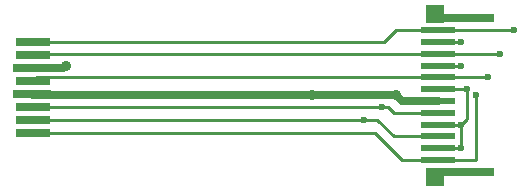
<source format=gbr>
G04 #@! TF.FileFunction,Copper,L1,Top,Signal*
%FSLAX46Y46*%
G04 Gerber Fmt 4.6, Leading zero omitted, Abs format (unit mm)*
G04 Created by KiCad (PCBNEW 4.0.7) date Thu Nov 23 13:57:06 2017*
%MOMM*%
%LPD*%
G01*
G04 APERTURE LIST*
%ADD10C,0.100000*%
%ADD11R,2.900000X0.800000*%
%ADD12R,3.200000X0.800000*%
%ADD13R,1.500000X1.500000*%
%ADD14R,3.000000X0.600000*%
%ADD15R,4.200000X0.700000*%
%ADD16C,0.900000*%
%ADD17C,0.600000*%
%ADD18C,0.635000*%
%ADD19C,0.250000*%
G04 APERTURE END LIST*
D10*
D11*
X131500000Y-110850000D03*
X131500000Y-109750000D03*
X131500000Y-108650000D03*
D12*
X131350000Y-107550000D03*
D11*
X131500000Y-106450000D03*
D12*
X131350000Y-105350000D03*
D11*
X131500000Y-104250000D03*
X131500000Y-103150000D03*
D13*
X165500000Y-100750000D03*
D14*
X165750000Y-105150000D03*
X165750000Y-104150000D03*
X165750000Y-102150000D03*
X165750000Y-103150000D03*
X165750000Y-109150000D03*
X165750000Y-108150000D03*
X165750000Y-106150000D03*
X165750000Y-107150000D03*
X165750000Y-111150000D03*
X165750000Y-110150000D03*
X165750000Y-112150000D03*
X165750000Y-113150000D03*
D15*
X168350000Y-101150000D03*
X168350000Y-114150000D03*
D13*
X165500000Y-114550000D03*
D16*
X162250000Y-107650000D03*
X155100000Y-107650000D03*
X134250000Y-105150000D03*
D17*
X168225000Y-107150000D03*
X167750000Y-105150000D03*
X167750000Y-103150000D03*
X167750000Y-112150000D03*
X167750000Y-110150000D03*
X171000000Y-104150000D03*
X172225000Y-102150000D03*
X161000000Y-108650000D03*
X170000000Y-106150000D03*
X159500000Y-109750000D03*
X169000000Y-107650000D03*
D18*
X155100000Y-107650000D02*
X131450000Y-107650000D01*
X131450000Y-107650000D02*
X131350000Y-107550000D01*
D19*
X131439972Y-107639972D02*
X131350000Y-107550000D01*
D18*
X165725000Y-108150000D02*
X162750000Y-108150000D01*
X162250000Y-107650000D02*
X155100000Y-107650000D01*
X162750000Y-108150000D02*
X162250000Y-107650000D01*
X134250000Y-105150000D02*
X134050000Y-105350000D01*
X134050000Y-105350000D02*
X131350000Y-105350000D01*
D19*
X168225000Y-109675000D02*
X168225000Y-107150000D01*
X168225000Y-107150000D02*
X165725000Y-107150000D01*
X167750000Y-110150000D02*
X168225000Y-109675000D01*
X131550000Y-105150000D02*
X131350000Y-105350000D01*
X167750000Y-112150000D02*
X167750000Y-110150000D01*
X165725000Y-112150000D02*
X167750000Y-112150000D01*
X165725000Y-110150000D02*
X167750000Y-110150000D01*
X165725000Y-105150000D02*
X167750000Y-105150000D01*
X165725000Y-103150000D02*
X167750000Y-103150000D01*
X165725000Y-104150000D02*
X131600000Y-104150000D01*
X131600000Y-104150000D02*
X131500000Y-104250000D01*
X165725000Y-104150000D02*
X171000000Y-104150000D01*
X161225000Y-103150000D02*
X131500000Y-103150000D01*
X162225000Y-102150000D02*
X161225000Y-103150000D01*
X165725000Y-102150000D02*
X162225000Y-102150000D01*
X165725000Y-102150000D02*
X172225000Y-102150000D01*
X161500000Y-108650000D02*
X161000000Y-108650000D01*
X161000000Y-108650000D02*
X131500000Y-108650000D01*
X162000000Y-109150000D02*
X161500000Y-108650000D01*
X133200000Y-108650000D02*
X131500000Y-108650000D01*
X165725000Y-109150000D02*
X162000000Y-109150000D01*
X170000000Y-106150000D02*
X165725000Y-106150000D01*
X165725000Y-106150000D02*
X131800000Y-106150000D01*
X131800000Y-106150000D02*
X131500000Y-106450000D01*
X163975000Y-111150000D02*
X165725000Y-111150000D01*
X131500000Y-109750000D02*
X159500000Y-109750000D01*
X159500000Y-109750000D02*
X160600000Y-109750000D01*
X160600000Y-109750000D02*
X162000000Y-111150000D01*
X162000000Y-111150000D02*
X163975000Y-111150000D01*
X169000000Y-113150000D02*
X165725000Y-113150000D01*
X169000000Y-107650000D02*
X169000000Y-113150000D01*
X162725000Y-113150000D02*
X160425000Y-110850000D01*
X165725000Y-113150000D02*
X162725000Y-113150000D01*
X160425000Y-110850000D02*
X131500000Y-110850000D01*
M02*

</source>
